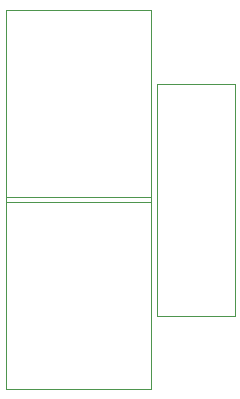
<source format=gbr>
%TF.GenerationSoftware,KiCad,Pcbnew,(6.0.5)*%
%TF.CreationDate,2023-11-29T10:07:13+07:00*%
%TF.ProjectId,conn_station,636f6e6e-5f73-4746-9174-696f6e2e6b69,rev?*%
%TF.SameCoordinates,Original*%
%TF.FileFunction,Other,User*%
%FSLAX46Y46*%
G04 Gerber Fmt 4.6, Leading zero omitted, Abs format (unit mm)*
G04 Created by KiCad (PCBNEW (6.0.5)) date 2023-11-29 10:07:13*
%MOMM*%
%LPD*%
G01*
G04 APERTURE LIST*
%ADD10C,0.050000*%
G04 APERTURE END LIST*
D10*
%TO.C,J3*%
X96150000Y-75250000D02*
X108450000Y-75250000D01*
X108450000Y-75250000D02*
X108450000Y-59000000D01*
X96150000Y-59000000D02*
X96150000Y-75250000D01*
X108450000Y-59000000D02*
X96150000Y-59000000D01*
%TO.C,J1*%
X96150000Y-91125000D02*
X108450000Y-91125000D01*
X108450000Y-74875000D02*
X96150000Y-74875000D01*
X108450000Y-91125000D02*
X108450000Y-74875000D01*
X96150000Y-74875000D02*
X96150000Y-91125000D01*
%TO.C,J2*%
X108900000Y-65300000D02*
X108900000Y-84900000D01*
X115500000Y-84900000D02*
X115500000Y-65300000D01*
X108900000Y-84900000D02*
X115500000Y-84900000D01*
X115500000Y-65300000D02*
X108900000Y-65300000D01*
%TD*%
M02*

</source>
